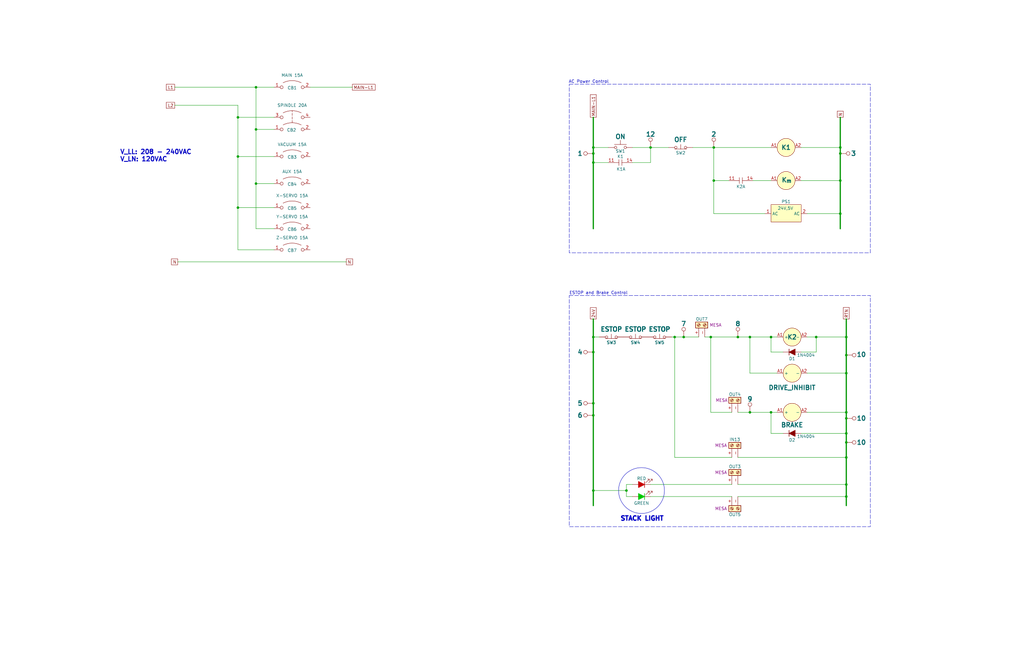
<source format=kicad_sch>
(kicad_sch (version 20231120) (generator "eeschema") (generator_version "8.0")
  (paper "B")
  (title_block (title "CNC ROUTER E-STOP") (date "2024-06-16") (rev "1") (company "971 SPARTAN ROBOTICS"))
  (lib_symbols
    (symbol "Connector:Screw_Terminal_01x02" (pin_names (offset 1.016) hide)
      (property "Value" "OUT4" (at 1.778 -1.27 90))
      (symbol "Screw_Terminal_01x02_1_1"
        (rectangle (start -1.27 1.27) (end 1.27 -3.81) (stroke (width 0.254)) (fill (type background)))
        (circle (center 0 -2.54) (radius 0.635) (stroke (width 0.1524)))
        (polyline (pts (xy -0.5334 -2.2098) (xy 0.3302 -3.048)) (stroke (width 0.1524)))
        (polyline (pts (xy -0.5334 0.3302) (xy 0.3302 -0.508)) (stroke (width 0.1524)))
        (polyline (pts (xy -0.3556 -2.032) (xy 0.508 -2.8702)) (stroke (width 0.1524)))
        (polyline (pts (xy -0.3556 0.508) (xy 0.508 -0.3302)) (stroke (width 0.1524)))
        (circle (center 0 0) (radius 0.635) (stroke (width 0.1524)))
        (pin passive line (at -5.08 0 0) (length 3.81) (name "Pin_1") (number "+"))
        (pin passive line (at -5.08 -2.54 0) (length 3.81) (name "Pin_2") (number "-"))
      )
    )
    (symbol "Connector:TestPoint" (pin_numbers hide) (pin_names (offset 0.762) hide)
      (property "Reference" "TP" (at 0 6.858 0))
      (property "Value" "TestPoint" (at 0 5.08 0))
      (symbol "TestPoint_0_1"
        (circle (center 0 3.302) (radius 0.762))
      )
      (symbol "TestPoint_1_1"
        (pin passive line (at 0 0 90) (length 2.54) (name "1") (number "1"))
      )
    )
    (symbol "Device:CircuitBreaker_1P_US"
      (property "Reference" "CB" (at 3.175 -1.27 0))
      (property "Value" "CircuitBreaker_1P_US" (at 3.175 0.635 0))
      (symbol "CircuitBreaker_1P_US_0_1"
        (circle (center 0 -4.445) (radius 0.635))
        (circle (center 0 4.445) (radius 0.635))
        (arc (start 1.905 -3.81) (mid 2.8044 0) (end 1.905 3.81))
      )
      (symbol "CircuitBreaker_1P_US_1_1"
        (pin passive line (at 0 7.62 270) (length 2.54) (name "~") (number "1"))
        (pin passive line (at 0 -7.62 90) (length 2.54) (name "~") (number "2"))
      )
    )
    (symbol "Device:CircuitBreaker_2P_US"
      (property "Reference" "CB" (at 6.35 -1.27 0))
      (property "Value" "CircuitBreaker_2P_US" (at 6.35 1.27 0))
      (symbol "CircuitBreaker_2P_US_0_1"
        (circle (center -2.54 -4.445) (radius 0.635))
        (circle (center -2.54 4.445) (radius 0.635))
        (arc (start -0.635 -3.81) (mid 0.2644 0) (end -0.635 3.81))
        (polyline (pts (xy 0.254 0) (xy 0.254 0)))
        (polyline (pts (xy 0.254 0) (xy 1.27 0)))
        (polyline (pts (xy 1.778 0) (xy 2.794 0)))
        (polyline (pts (xy 3.302 0) (xy 4.318 0)))
        (polyline (pts (xy 4.826 0) (xy 5.334 0)))
      )
      (symbol "CircuitBreaker_2P_US_1_1"
        (circle (center 2.54 -4.445) (radius 0.635))
        (circle (center 2.54 4.445) (radius 0.635))
        (arc (start 4.445 -3.81) (mid 5.3444 0) (end 4.445 3.81))
        (pin passive line (at -2.54 7.62 270) (length 2.54) (name "~") (number "1"))
        (pin passive line (at -2.54 -7.62 90) (length 2.54) (name "~") (number "2"))
        (pin passive line (at 2.54 7.62 270) (length 2.54) (name "~") (number "3"))
        (pin passive line (at 2.54 -7.62 90) (length 2.54) (name "~") (number "4"))
      )
    )
    (symbol "Device:D" (pin_numbers hide) (pin_names (offset 1.016) hide)
      (property "Reference" "D1" (at 0 2.794 0))
      (symbol "D_0_1"
        (polyline (pts (xy -1.27 1.27) (xy -1.27 -1.27)) (stroke (width 0.254)))
        (polyline (pts (xy 1.27 0) (xy -1.27 0)))
      )
      (symbol "D_1_1"
        (polyline (pts (xy 1.27 1.27) (xy 1.27 -1.27) (xy -1.27 0) (xy 1.27 1.27)) (stroke (width 0.254)) (fill (type outline)))
        (pin passive line (at -3.81 0 0) (length 2.54) (name "K") (number "1"))
        (pin passive line (at 3.81 0 180) (length 2.54) (name "A") (number "2"))
      )
    )
    (symbol "Device:LED" (pin_numbers hide) (pin_names (offset 1.016) hide)
      (property "Reference" "D4" (at -1.5875 -7.62 0))
      (property "Value" "RED" (at -1.5875 -5.08 0))
      (symbol "LED_0_1"
        (polyline (pts (xy -3.048 -0.762) (xy -4.572 -2.286) (xy -3.81 -2.286) (xy -4.572 -2.286) (xy -4.572 -1.524)))
        (polyline (pts (xy -1.778 -0.762) (xy -3.302 -2.286) (xy -2.54 -2.286) (xy -3.302 -2.286) (xy -3.302 -1.524)))
      )
      (symbol "LED_1_1"
        (polyline (pts (xy -1.27 -1.27) (xy -1.27 1.27)) (stroke (width 0.254) (color 194 0 0 1)))
        (polyline (pts (xy 1.27 -1.27) (xy 1.27 1.27) (xy -1.27 0) (xy 1.27 -1.27)) (stroke (width 0.254) (color 194 0 0 1)) (fill (type color) (color 194 0 0 1)))
        (pin passive line (at -3.81 0 0) (length 2.54) (name "K") (number "1"))
        (pin passive line (at 3.81 0 180) (length 2.54) (name "A") (number "2"))
      )
    )
    (symbol "LED_1" (pin_numbers hide) (pin_names (offset 1.016) hide)
      (property "Value" "GREEN" (at 0 -2.54 0))
      (symbol "LED_1_0_1"
        (polyline (pts (xy -3.048 -0.762) (xy -4.572 -2.286) (xy -3.81 -2.286) (xy -4.572 -2.286) (xy -4.572 -1.524)))
        (polyline (pts (xy -1.778 -0.762) (xy -3.302 -2.286) (xy -2.54 -2.286) (xy -3.302 -2.286) (xy -3.302 -1.524)))
      )
      (symbol "LED_1_1_1"
        (polyline (pts (xy -1.27 -1.27) (xy -1.27 1.27)) (stroke (width 0.254) (color 0 194 0 1)))
        (polyline (pts (xy 1.27 -1.27) (xy 1.27 1.27) (xy -1.27 0) (xy 1.27 -1.27)) (stroke (width 0.254) (color 0 194 0 1)) (fill (type color) (color 0 194 0 1)))
        (pin passive line (at -3.81 0 0) (length 2.54) (name "K") (number "1"))
        (pin passive line (at 3.81 0 180) (length 2.54) (name "A") (number "2"))
      )
    )
    (symbol "LadderLogic:4PST-Relay"
      (property "Reference" "K" (at 0 0 0))
      (symbol "4PST-Relay_1_1"
        (polyline (pts (xy -2.54 0) (xy -0.635 0)))
        (polyline (pts (xy -0.635 1.27) (xy -0.635 -1.27)))
        (polyline (pts (xy 0.635 1.27) (xy 0.635 -1.27)))
        (polyline (pts (xy 2.54 0) (xy 0.635 0)))
        (pin passive line (at -5.08 0 0) (length 2.54) (name "") (number "11"))
        (pin passive line (at 5.08 0 180) (length 2.54) (name "") (number "14"))
      )
      (symbol "4PST-Relay_2_1"
        (polyline (pts (xy -2.54 0) (xy -0.635 0)))
        (polyline (pts (xy -0.635 1.27) (xy -0.635 -1.27)))
        (polyline (pts (xy 0.635 1.27) (xy 0.635 -1.27)))
        (polyline (pts (xy 2.54 0) (xy 0.635 0)))
        (pin passive line (at -5.08 0 0) (length 2.54) (name "") (number "21"))
        (pin passive line (at 5.08 0 180) (length 2.54) (name "") (number "24"))
      )
      (symbol "4PST-Relay_3_1"
        (polyline (pts (xy -2.54 0) (xy -0.635 0)))
        (polyline (pts (xy -0.635 1.27) (xy -0.635 -1.27)))
        (polyline (pts (xy 0.635 1.27) (xy 0.635 -1.27)))
        (polyline (pts (xy 2.54 0) (xy 0.635 0)))
        (pin passive line (at -5.08 0 0) (length 2.54) (name "") (number "31"))
        (pin passive line (at 5.08 0 180) (length 2.54) (name "") (number "34"))
      )
      (symbol "4PST-Relay_4_1"
        (polyline (pts (xy -2.54 0) (xy -0.635 0)))
        (polyline (pts (xy -0.635 1.27) (xy -0.635 -1.27)))
        (polyline (pts (xy 0.635 1.27) (xy 0.635 -1.27)))
        (polyline (pts (xy 2.54 0) (xy 0.635 0)))
        (pin passive line (at -5.08 0 0) (length 2.54) (name "") (number "41"))
        (pin passive line (at 5.08 0 180) (length 2.54) (name "") (number "44"))
      )
      (symbol "4PST-Relay_5_1"
        (polyline (pts (xy -2.54 0) (xy -0.635 0)))
        (polyline (pts (xy -1.27 -1.27) (xy 1.27 1.27)))
        (polyline (pts (xy -0.635 1.27) (xy -0.635 -1.27)))
        (polyline (pts (xy 0.635 1.27) (xy 0.635 -1.27)))
        (polyline (pts (xy 2.54 0) (xy 0.635 0)))
        (pin passive line (at -5.08 0 0) (length 2.54) (name "") (number "11"))
        (pin passive line (at 5.08 0 180) (length 2.54) (name "") (number "12"))
      )
      (symbol "4PST-Relay_6_1"
        (polyline (pts (xy -2.54 0) (xy -0.635 0)))
        (polyline (pts (xy -1.27 -1.27) (xy 1.27 1.27)))
        (polyline (pts (xy -0.635 1.27) (xy -0.635 -1.27)))
        (polyline (pts (xy 0.635 1.27) (xy 0.635 -1.27)))
        (polyline (pts (xy 2.54 0) (xy 0.635 0)))
        (pin passive line (at -5.08 0 0) (length 2.54) (name "") (number "21"))
        (pin passive line (at 5.08 0 180) (length 2.54) (name "") (number "22"))
      )
      (symbol "4PST-Relay_7_1"
        (polyline (pts (xy -2.54 0) (xy -0.635 0)))
        (polyline (pts (xy -1.27 -1.27) (xy 1.27 1.27)))
        (polyline (pts (xy -0.635 1.27) (xy -0.635 -1.27)))
        (polyline (pts (xy 0.635 1.27) (xy 0.635 -1.27)))
        (polyline (pts (xy 2.54 0) (xy 0.635 0)))
        (pin passive line (at -5.08 0 0) (length 2.54) (name "") (number "31"))
        (pin passive line (at 5.08 0 180) (length 2.54) (name "") (number "32"))
      )
      (symbol "4PST-Relay_8_1"
        (polyline (pts (xy -2.54 0) (xy -0.635 0)))
        (polyline (pts (xy -1.27 -1.27) (xy 1.27 1.27)))
        (polyline (pts (xy -0.635 1.27) (xy -0.635 -1.27)))
        (polyline (pts (xy 0.635 1.27) (xy 0.635 -1.27)))
        (polyline (pts (xy 2.54 0) (xy 0.635 0)))
        (pin passive line (at -5.08 0 0) (length 2.54) (name "") (number "41"))
        (pin passive line (at 5.08 0 180) (length 2.54) (name "") (number "42"))
      )
      (symbol "4PST-Relay_9_1"
        (circle (center 0 0) (radius 3.81) (fill (type background)))
        (pin passive line (at -6.35 0 0) (length 2.54) (name "+") (number "A1"))
        (pin passive line (at 6.35 0 180) (length 2.54) (name "-") (number "A2"))
      )
    )
    (symbol "LadderLogic:PowerSupply"
      (property "Reference" "PS" (at 0 0 0))
      (symbol "PowerSupply_1_1"
        (rectangle (start -6.35 3.81) (end 6.35 -3.4925) (fill (type background)))
        (pin passive line (at -8.89 0 0) (length 2.54) (name "AC") (number "1"))
        (pin passive line (at 8.89 0 180) (length 2.54) (name "AC") (number "2"))
      )
    )
    (symbol "LadderLogic:SPST-Relay"
      (property "Reference" "K" (at 0 0 0))
      (symbol "SPST-Relay_1_1"
        (polyline (pts (xy -2.54 0) (xy -0.635 0)))
        (polyline (pts (xy -0.635 1.27) (xy -0.635 -1.27)))
        (polyline (pts (xy 0.635 1.27) (xy 0.635 -1.27)))
        (polyline (pts (xy 2.54 0) (xy 0.635 0)))
        (pin passive line (at -5.08 0 0) (length 2.54) (name "") (number "11"))
        (pin passive line (at 5.08 0 180) (length 2.54) (name "") (number "14"))
      )
      (symbol "SPST-Relay_2_1"
        (polyline (pts (xy -2.54 0) (xy -0.635 0)))
        (polyline (pts (xy -1.27 -1.27) (xy 1.27 1.27)))
        (polyline (pts (xy -0.635 1.27) (xy -0.635 -1.27)))
        (polyline (pts (xy 0.635 1.27) (xy 0.635 -1.27)))
        (polyline (pts (xy 2.54 0) (xy 0.635 0)))
        (pin passive line (at -5.08 0 0) (length 2.54) (name "") (number "11"))
        (pin passive line (at 5.08 0 180) (length 2.54) (name "") (number "12"))
      )
      (symbol "SPST-Relay_3_1"
        (circle (center 0 0) (radius 3.81) (fill (type background)))
        (pin passive line (at -6.35 0 0) (length 2.54) (name "") (number "A1"))
        (pin passive line (at 6.35 0 180) (length 2.54) (name "") (number "A2"))
      )
    )
    (symbol "Switch:SW_Push" (pin_numbers hide) (pin_names (offset 1.016) hide)
      (property "Reference" "SW" (at 1.27 2.54 0))
      (property "Value" "SW_Push" (at 0 -1.524 0))
      (symbol "SW_Push_0_1"
        (circle (center -2.032 0) (radius 0.508))
        (polyline (pts (xy 0 1.27) (xy 0 3.048)))
        (polyline (pts (xy 2.54 1.27) (xy -2.54 1.27)))
        (circle (center 2.032 0) (radius 0.508))
        (pin passive line (at -5.08 0 0) (length 2.54) (name "1") (number "1"))
        (pin passive line (at 5.08 0 180) (length 2.54) (name "2") (number "2"))
      )
    )
    (symbol "Switch:SW_Push_Open" (pin_numbers hide) (pin_names (offset 1.016) hide)
      (property "Reference" "SW" (at 0 2.54 0))
      (property "Value" "SW_Push_Open" (at 0 -1.905 0))
      (symbol "SW_Push_Open_0_1"
        (circle (center -2.032 0) (radius 0.508))
        (polyline (pts (xy -2.54 -0.635) (xy 2.54 -0.635)))
        (polyline (pts (xy 0 -0.635) (xy 0 1.27)))
        (circle (center 2.032 0) (radius 0.508))
        (pin passive line (at -5.08 0 0) (length 2.54) (name "A") (number "1"))
      )
      (symbol "SW_Push_Open_1_1"
        (pin passive line (at 5.08 0 180) (length 2.54) (name "B") (number "2"))
      )
    )
  )
  (junction (at 299.72 142.24))
  (junction (at 250.19 170.18))
  (junction (at 250.19 64.77))
  (junction (at 100.33 87.63))
  (junction (at 250.19 207.01))
  (junction (at 356.87 193.04))
  (junction (at 284.48 142.24))
  (junction (at 325.12 142.24))
  (junction (at 300.99 76.2))
  (junction (at 344.17 142.24))
  (junction (at 356.87 182.88))
  (junction (at 356.87 209.55))
  (junction (at 356.87 176.53))
  (junction (at 250.19 68.58))
  (junction (at 300.99 62.23))
  (junction (at 354.33 62.23))
  (junction (at 325.12 173.99))
  (junction (at 354.33 90.17))
  (junction (at 107.95 54.61))
  (junction (at 311.15 142.24))
  (junction (at 264.16 207.01))
  (junction (at 356.87 149.86))
  (junction (at 250.19 62.23))
  (junction (at 354.33 76.2))
  (junction (at 100.33 66.04))
  (junction (at 354.33 64.77))
  (junction (at 356.87 157.48))
  (junction (at 316.23 142.24))
  (junction (at 250.19 175.26))
  (junction (at 107.95 36.83))
  (junction (at 316.23 173.99))
  (junction (at 107.95 77.47))
  (junction (at 250.19 142.24))
  (junction (at 356.87 142.24))
  (junction (at 288.29 142.24))
  (junction (at 356.87 204.47))
  (junction (at 356.87 186.69))
  (junction (at 274.32 62.23))
  (junction (at 250.19 148.59))
  (junction (at 356.87 173.99))
  (junction (at 100.33 49.53))
  (wire (pts (xy 337.82 76.2) (xy 354.33 76.2)))
  (wire (pts (xy 264.16 207.01) (xy 264.16 209.55)))
  (wire (pts (xy 356.87 186.69) (xy 356.87 193.04)) (stroke (width 0.508)))
  (wire (pts (xy 250.19 175.26) (xy 250.19 207.01)) (stroke (width 0.508)))
  (wire (pts (xy 266.7 204.47) (xy 264.16 204.47)))
  (wire (pts (xy 311.15 173.99) (xy 316.23 173.99)))
  (wire (pts (xy 100.33 66.04) (xy 100.33 87.63)))
  (wire (pts (xy 250.19 170.18) (xy 250.19 175.26)))
  (wire (pts (xy 266.7 68.58) (xy 274.32 68.58)))
  (wire (pts (xy 274.32 204.47) (xy 308.61 204.47)))
  (wire (pts (xy 316.23 173.99) (xy 325.12 173.99)))
  (wire (pts (xy 337.82 148.59) (xy 344.17 148.59)))
  (wire (pts (xy 107.95 77.47) (xy 115.57 77.47)))
  (wire (pts (xy 340.36 157.48) (xy 356.87 157.48)))
  (wire (pts (xy 266.7 62.23) (xy 274.32 62.23)))
  (wire (pts (xy 73.66 44.45) (xy 100.33 44.45)))
  (wire (pts (xy 274.32 68.58) (xy 274.32 62.23)))
  (wire (pts (xy 299.72 173.99) (xy 308.61 173.99)))
  (wire (pts (xy 356.87 209.55) (xy 356.87 213.36)) (stroke (width 0.508)))
  (wire (pts (xy 354.33 62.23) (xy 354.33 64.77)) (stroke (width 0.508)))
  (wire (pts (xy 316.23 142.24) (xy 325.12 142.24)))
  (wire (pts (xy 316.23 157.48) (xy 327.66 157.48)))
  (wire (pts (xy 330.2 148.59) (xy 325.12 148.59)))
  (wire (pts (xy 250.19 62.23) (xy 256.54 62.23)))
  (wire (pts (xy 250.19 134.62) (xy 250.19 142.24)) (stroke (width 0.508)))
  (wire (pts (xy 250.19 49.53) (xy 250.19 62.23)) (stroke (width 0.508)))
  (wire (pts (xy 308.61 193.04) (xy 284.48 193.04)))
  (wire (pts (xy 250.19 62.23) (xy 250.19 64.77)) (stroke (width 0.508)))
  (wire (pts (xy 307.34 76.2) (xy 300.99 76.2)))
  (wire (pts (xy 356.87 142.24) (xy 356.87 149.86)) (stroke (width 0.508)))
  (wire (pts (xy 325.12 182.88) (xy 325.12 173.99)))
  (wire (pts (xy 250.19 170.18) (xy 250.19 175.26)) (stroke (width 0.508)))
  (wire (pts (xy 130.81 36.83) (xy 148.59 36.83)))
  (wire (pts (xy 100.33 87.63) (xy 100.33 105.41)))
  (wire (pts (xy 283.21 142.24) (xy 284.48 142.24)))
  (wire (pts (xy 284.48 142.24) (xy 288.29 142.24)))
  (wire (pts (xy 340.36 173.99) (xy 356.87 173.99)))
  (wire (pts (xy 316.23 157.48) (xy 316.23 142.24)))
  (wire (pts (xy 107.95 96.52) (xy 107.95 77.47)))
  (wire (pts (xy 356.87 193.04) (xy 356.87 204.47)) (stroke (width 0.508)))
  (wire (pts (xy 356.87 182.88) (xy 356.87 186.69)) (stroke (width 0.508)))
  (wire (pts (xy 325.12 142.24) (xy 327.66 142.24)))
  (wire (pts (xy 288.29 142.24) (xy 294.64 142.24)))
  (wire (pts (xy 356.87 134.62) (xy 356.87 142.24)) (stroke (width 0.508)))
  (wire (pts (xy 299.72 142.24) (xy 299.72 173.99)))
  (wire (pts (xy 250.19 68.58) (xy 256.54 68.58)))
  (wire (pts (xy 115.57 96.52) (xy 107.95 96.52)))
  (wire (pts (xy 356.87 149.86) (xy 356.87 157.48)) (stroke (width 0.508)))
  (wire (pts (xy 356.87 173.99) (xy 356.87 176.53)) (stroke (width 0.508)))
  (wire (pts (xy 300.99 76.2) (xy 300.99 62.23)))
  (wire (pts (xy 311.15 142.24) (xy 316.23 142.24)))
  (wire (pts (xy 274.32 62.23) (xy 281.94 62.23)))
  (wire (pts (xy 100.33 44.45) (xy 100.33 49.53)))
  (wire (pts (xy 274.32 209.55) (xy 308.61 209.55)))
  (wire (pts (xy 340.36 142.24) (xy 344.17 142.24)))
  (wire (pts (xy 264.16 204.47) (xy 264.16 207.01)))
  (wire (pts (xy 322.58 90.17) (xy 300.99 90.17)))
  (wire (pts (xy 250.19 207.01) (xy 264.16 207.01)))
  (wire (pts (xy 311.15 204.47) (xy 356.87 204.47)))
  (wire (pts (xy 344.17 142.24) (xy 356.87 142.24)))
  (wire (pts (xy 107.95 54.61) (xy 107.95 36.83)))
  (wire (pts (xy 250.19 148.59) (xy 250.19 170.18)))
  (wire (pts (xy 311.15 209.55) (xy 356.87 209.55)))
  (wire (pts (xy 74.93 110.49) (xy 146.05 110.49)))
  (wire (pts (xy 356.87 157.48) (xy 356.87 173.99)) (stroke (width 0.508)))
  (wire (pts (xy 297.18 142.24) (xy 299.72 142.24)))
  (wire (pts (xy 354.33 49.53) (xy 354.33 62.23)) (stroke (width 0.508)))
  (wire (pts (xy 107.95 36.83) (xy 115.57 36.83)))
  (wire (pts (xy 317.5 76.2) (xy 325.12 76.2)))
  (wire (pts (xy 100.33 87.63) (xy 115.57 87.63)))
  (wire (pts (xy 300.99 90.17) (xy 300.99 76.2)))
  (wire (pts (xy 250.19 142.24) (xy 250.19 148.59)) (stroke (width 0.508)))
  (wire (pts (xy 354.33 90.17) (xy 354.33 96.52)) (stroke (width 0.508)))
  (wire (pts (xy 337.82 182.88) (xy 356.87 182.88)))
  (wire (pts (xy 250.19 142.24) (xy 252.73 142.24)))
  (wire (pts (xy 300.99 62.23) (xy 325.12 62.23)))
  (wire (pts (xy 356.87 204.47) (xy 356.87 209.55)) (stroke (width 0.508)))
  (wire (pts (xy 100.33 66.04) (xy 115.57 66.04)))
  (wire (pts (xy 356.87 176.53) (xy 356.87 182.88)) (stroke (width 0.508)))
  (wire (pts (xy 264.16 209.55) (xy 266.7 209.55)))
  (wire (pts (xy 250.19 207.01) (xy 250.19 213.36)) (stroke (width 0.508)))
  (wire (pts (xy 344.17 148.59) (xy 344.17 142.24)))
  (wire (pts (xy 100.33 105.41) (xy 115.57 105.41)))
  (wire (pts (xy 299.72 142.24) (xy 311.15 142.24)))
  (wire (pts (xy 337.82 62.23) (xy 354.33 62.23)))
  (wire (pts (xy 100.33 49.53) (xy 115.57 49.53)))
  (wire (pts (xy 354.33 76.2) (xy 354.33 90.17)) (stroke (width 0.508)))
  (wire (pts (xy 250.19 148.59) (xy 250.19 170.18)) (stroke (width 0.508)))
  (wire (pts (xy 354.33 64.77) (xy 354.33 76.2)) (stroke (width 0.508)))
  (wire (pts (xy 340.36 90.17) (xy 354.33 90.17)))
  (wire (pts (xy 284.48 193.04) (xy 284.48 142.24)))
  (wire (pts (xy 292.1 62.23) (xy 300.99 62.23)))
  (wire (pts (xy 100.33 49.53) (xy 100.33 66.04)))
  (wire (pts (xy 250.19 68.58) (xy 250.19 96.52)) (stroke (width 0.508)))
  (wire (pts (xy 107.95 54.61) (xy 115.57 54.61)))
  (wire (pts (xy 325.12 148.59) (xy 325.12 142.24)))
  (wire (pts (xy 250.19 64.77) (xy 250.19 68.58)) (stroke (width 0.508)))
  (wire (pts (xy 311.15 193.04) (xy 356.87 193.04)))
  (wire (pts (xy 107.95 77.47) (xy 107.95 54.61)))
  (wire (pts (xy 73.66 36.83) (xy 107.95 36.83)))
  (wire (pts (xy 330.2 182.88) (xy 325.12 182.88)))
  (wire (pts (xy 325.12 173.99) (xy 327.66 173.99)))
  (rectangle (start 240.03 124.714) (end 367.03 222.25) (stroke (width 0) (type dash)))
  (circle (center 270.51 207.01) (radius 9.672))
  (rectangle (start 240.03 35.56) (end 367.03 106.68) (stroke (width 0) (type dash)))
  (text "ESTOP and Brake Control" (at 240.03 124.46 0) (effects (font (size 1.27 1.27)) (justify left bottom)))
  (text "STACK LIGHT" (at 270.764 218.948 0) (effects (font (size 1.905 1.905) (thickness 0.508) (bold yes))))
  (text "AC Power Control" (at 239.776 35.306 0) (effects (font (size 1.27 1.27)) (justify left bottom)))
  (text "V_LL: 208 - 240VAC\nV_LN: 120VAC" (at 50.546 65.786 0) (effects (font (size 1.905 1.905) (thickness 0.381) (bold yes)) (justify left)))
  (global_label "MAIN-L1" (shape passive) (at 148.59 36.83 0) (property "Intersheetrefs" "${INTERSHEET_REFS}" (effects (hide yes))))
  (global_label "L1" (shape passive) (at 73.66 36.83 180) (property "Intersheetrefs" "${INTERSHEET_REFS}" (effects (hide yes))))
  (global_label "24V" (shape passive) (at 250.19 134.62 90) (property "Intersheetrefs" "${INTERSHEET_REFS}" (effects (hide yes))))
  (global_label "N" (shape passive) (at 146.05 110.49 0) (property "Intersheetrefs" "${INTERSHEET_REFS}" (effects (hide yes))))
  (global_label "RTN" (shape passive) (at 356.87 134.62 90) (property "Intersheetrefs" "${INTERSHEET_REFS}" (effects (hide yes))))
  (global_label "N" (shape passive) (at 74.93 110.49 180) (property "Intersheetrefs" "${INTERSHEET_REFS}" (effects (hide yes))))
  (global_label "L2" (shape passive) (at 73.66 44.45 180) (property "Intersheetrefs" "${INTERSHEET_REFS}" (effects (hide yes))))
  (global_label "N" (shape passive) (at 354.33 49.53 90) (property "Intersheetrefs" "${INTERSHEET_REFS}" (effects (hide yes))))
  (global_label "MAIN-L1" (shape passive) (at 250.19 49.53 90) (property "Intersheetrefs" "${INTERSHEET_REFS}" (effects (hide yes))))
  (symbol (lib_id "Device:CircuitBreaker_2P_US") (at 123.19 52.07 90) (unit 1)
    (property "Reference" "CB2" (at 122.936 54.864 90))
    (property "Value" "SPINDLE 20A" (at 123.19 44.45 90))
    (property "Description" "Double pole circuit breaker, US symbol" (effects (hide yes)))
  )
  (symbol (lib_id "Connector:TestPoint") (at 311.15 142.24 0) (unit 1)
    (property "Reference" "TP10" (effects (hide yes)))
    (property "Value" "8" (at 311.15 136.652 0) (effects (font (size 1.905 1.905) (bold yes))))
    (property "Description" "test point" (effects (hide yes)))
  )
  (symbol (lib_id "Connector:Screw_Terminal_01x02") (at 308.61 214.63 90) (mirror x) (unit 1)
    (property "Reference" "J5" (effects (hide yes)))
    (property "Value" "OUT5" (at 309.88 216.408 90) (effects (justify top)))
    (property "Description" "Generic screw terminal, single row, 01x02, script generated (kicad-library-utils/schlib/autogen/connector/)" (effects (hide yes)))
    (property "DEVICE" "MESA" (at 304.038 214.63 90))
  )
  (symbol (lib_id "Connector:TestPoint") (at 288.29 142.24 0) (unit 1)
    (property "Reference" "TP7" (effects (hide yes)))
    (property "Value" "7" (at 288.29 136.652 0) (effects (font (size 1.905 1.905) (bold yes))))
    (property "Description" "test point" (effects (hide yes)))
  )
  (symbol (lib_id "Switch:SW_Push_Open") (at 267.97 142.24 0) (unit 1)
    (property "Reference" "SW4" (at 267.97 144.526 0))
    (property "Value" "ESTOP" (at 267.97 138.938 0) (effects (font (size 1.905 1.905) (bold yes))))
    (property "Description" "Push button switch, push-to-open, generic, two pins" (effects (hide yes)))
  )
  (symbol (lib_id "LadderLogic:SPST-Relay") (at 331.47 76.2 0) (unit 3)
    (property "Reference" "K3" (effects (hide yes)))
    (property "Value" "K_{m}" (at 331.724 75.946 0) (effects (font (size 1.905 1.905) (bold yes))))
    (property "Datasheet" "Components/Weidmuller-2618030000.pdf" (effects (hide yes)))
  )
  (symbol (lib_id "Connector:TestPoint") (at 300.99 62.23 0) (unit 1)
    (property "Reference" "TP4" (effects (hide yes)))
    (property "Value" "2" (at 300.99 56.642 0) (effects (font (size 1.905 1.905) (bold yes))))
    (property "Description" "test point" (effects (hide yes)))
  )
  (symbol (lib_id "Switch:SW_Push") (at 261.62 62.23 0) (unit 1)
    (property "Reference" "SW1" (at 261.62 63.754 0))
    (property "Value" "ON" (at 261.62 57.658 0) (effects (font (size 1.905 1.905) (bold yes))))
    (property "Description" "Push button switch, generic, two pins" (effects (hide yes)))
  )
  (symbol (lib_id "Device:CircuitBreaker_1P_US") (at 123.19 87.63 90) (unit 1)
    (property "Reference" "CB5" (at 123.19 87.884 90))
    (property "Value" "X-SERVO 15A" (at 123.19 82.55 90))
    (property "Description" "Single pole circuit breaker, US symbol" (effects (hide yes)))
  )
  (symbol (lib_id "LadderLogic:SPST-Relay") (at 331.47 62.23 0) (unit 3)
    (property "Reference" "K1" (effects (hide yes)))
    (property "Value" "K1" (at 331.47 62.23 0) (effects (font (size 1.905 1.905) (bold yes))))
    (property "Datasheet" "Components/Weidmuller-2618030000.pdf" (effects (hide yes)))
  )
  (symbol (lib_id "Connector:TestPoint") (at 356.87 149.86 270) (mirror x) (unit 1)
    (property "Reference" "TP6" (effects (hide yes)))
    (property "Value" "10" (at 363.22 149.606 90) (effects (font (size 1.905 1.905) (bold yes))))
    (property "Description" "test point" (effects (hide yes)))
  )
  (symbol (lib_id "Device:D") (at 334.01 182.88 0) (unit 1)
    (property "Reference" "D2" (at 334.01 185.674 0))
    (property "Value" "1N4004" (at 339.852 184.15 0))
    (property "Description" "Diode" (effects (hide yes)))
    (property "Sim.Device" "D" (effects (hide yes)))
    (property "Sim.Pins" "1=K 2=A" (effects (hide yes)))
  )
  (symbol (lib_id "Connector:TestPoint") (at 356.87 176.53 270) (mirror x) (unit 1)
    (property "Reference" "TP13" (effects (hide yes)))
    (property "Value" "10" (at 363.22 176.53 90) (effects (font (size 1.905 1.905) (bold yes))))
    (property "Description" "test point" (effects (hide yes)))
  )
  (symbol (lib_id "Connector:TestPoint") (at 250.19 170.18 90) (unit 1)
    (property "Reference" "TP8" (effects (hide yes)))
    (property "Value" "5" (at 244.602 170.18 90) (effects (font (size 1.905 1.905) (bold yes))))
    (property "Description" "test point" (effects (hide yes)))
  )
  (symbol (lib_id "Connector:TestPoint") (at 354.33 64.77 270) (unit 1)
    (property "Reference" "TP3" (effects (hide yes)))
    (property "Value" "3" (at 359.918 64.77 90) (effects (font (size 1.905 1.905) (bold yes))))
    (property "Description" "test point" (effects (hide yes)))
  )
  (symbol (lib_id "Device:CircuitBreaker_1P_US") (at 123.19 96.52 90) (unit 1)
    (property "Reference" "CB6" (at 123.19 96.774 90))
    (property "Value" "Y-SERVO 15A" (at 123.19 91.44 90))
    (property "Description" "Single pole circuit breaker, US symbol" (effects (hide yes)))
  )
  (symbol (lib_id "LadderLogic:4PST-Relay") (at 312.42 76.2 0) (unit 1)
    (property "Reference" "K2" (at 312.42 78.74 0))
    (property "Value" "K2" (effects (hide yes)))
    (property "Datasheet" "Components/PhoenixContact-2903308.pdf" (effects (hide yes)))
  )
  (symbol (lib_id "Device:LED") (at 270.51 204.47 180) (unit 1)
    (property "Reference" "D4" (effects (hide yes)))
    (property "Value" "RED" (at 270.51 201.93 0))
    (property "Description" "Light emitting diode" (effects (hide yes)))
  )
  (symbol (lib_id "Device:CircuitBreaker_1P_US") (at 123.19 77.47 90) (unit 1)
    (property "Reference" "CB4" (at 123.19 77.724 90))
    (property "Value" "AUX 15A" (at 123.19 72.39 90))
    (property "Description" "Single pole circuit breaker, US symbol" (effects (hide yes)))
  )
  (symbol (lib_id "Device:D") (at 334.01 148.59 0) (unit 1)
    (property "Reference" "D1" (at 334.01 151.384 0))
    (property "Value" "1N4004" (at 339.852 149.86 0))
    (property "Description" "Diode" (effects (hide yes)))
    (property "Sim.Device" "D" (effects (hide yes)))
    (property "Sim.Pins" "1=K 2=A" (effects (hide yes)))
  )
  (symbol (lib_id "Connector:Screw_Terminal_01x02") (at 308.61 168.91 90) (unit 1)
    (property "Reference" "J1" (effects (hide yes)))
    (property "Value" "OUT4" (at 309.88 167.132 90) (effects (justify top)))
    (property "Description" "Generic screw terminal, single row, 01x02, script generated (kicad-library-utils/schlib/autogen/connector/)" (effects (hide yes)))
    (property "DEVICE" "MESA" (at 304.292 168.91 90))
  )
  (symbol (lib_id "LadderLogic:4PST-Relay") (at 334.01 142.24 0) (unit 9)
    (property "Reference" "K2" (effects (hide yes)))
    (property "Value" "K2" (at 334.01 142.24 0) (effects (font (size 1.905 1.905) (bold yes))))
    (property "Datasheet" "Components/PhoenixContact-2903308.pdf" (effects (hide yes)))
  )
  (symbol (lib_id "Device:CircuitBreaker_1P_US") (at 123.19 36.83 90) (unit 1)
    (property "Reference" "CB1" (at 123.19 37.084 90))
    (property "Value" "MAIN 15A" (at 123.19 31.75 90))
    (property "Description" "Single pole circuit breaker, US symbol" (effects (hide yes)))
  )
  (symbol (lib_name "LED_1") (lib_id "Device:LED") (at 270.51 209.55 180) (unit 1)
    (property "Reference" "D5" (effects (hide yes)))
    (property "Value" "GREEN" (at 270.51 212.344 0))
    (property "Description" "Light emitting diode" (effects (hide yes)))
  )
  (symbol (lib_id "Connector:TestPoint") (at 250.19 175.26 90) (unit 1)
    (property "Reference" "TP9" (effects (hide yes)))
    (property "Value" "6" (at 244.602 175.26 90) (effects (font (size 1.905 1.905) (bold yes))))
    (property "Description" "test point" (effects (hide yes)))
  )
  (symbol (lib_id "Connector:TestPoint") (at 356.87 186.69 270) (mirror x) (unit 1)
    (property "Reference" "TP12" (effects (hide yes)))
    (property "Value" "10" (at 363.22 186.69 90) (effects (font (size 1.905 1.905) (bold yes))))
    (property "Description" "test point" (effects (hide yes)))
  )
  (symbol (lib_id "Switch:SW_Push_Open") (at 287.02 62.23 0) (unit 1)
    (property "Reference" "SW2" (at 287.02 64.516 0))
    (property "Value" "OFF" (at 287.02 58.928 0) (effects (font (size 1.905 1.905) (bold yes))))
    (property "Description" "Push button switch, push-to-open, generic, two pins" (effects (hide yes)))
  )
  (symbol (lib_id "Connector:TestPoint") (at 316.23 173.99 0) (unit 1)
    (property "Reference" "TP11" (effects (hide yes)))
    (property "Value" "9" (at 316.23 168.402 0) (effects (font (size 1.905 1.905) (bold yes))))
    (property "Description" "test point" (effects (hide yes)))
  )
  (symbol (lib_id "LadderLogic:4PST-Relay") (at 334.01 157.48 0) (unit 9)
    (property "Reference" "K5" (effects (hide yes)))
    (property "Value" "DRIVE_INHIBIT" (at 334.01 163.576 0) (effects (font (size 1.905 1.905) (bold yes))))
    (property "Datasheet" "Components/PhoenixContact-2903308.pdf" (effects (hide yes)))
  )
  (symbol (lib_id "LadderLogic:SPST-Relay") (at 261.62 68.58 0) (unit 1)
    (property "Reference" "K1" (at 261.874 71.374 0))
    (property "Value" "K1" (at 261.62 66.04 0))
    (property "Datasheet" "Components/Weidmuller-2618030000.pdf" (effects (hide yes)))
  )
  (symbol (lib_id "Switch:SW_Push_Open") (at 278.13 142.24 0) (unit 1)
    (property "Reference" "SW5" (at 278.13 144.526 0))
    (property "Value" "ESTOP" (at 278.13 138.938 0) (effects (font (size 1.905 1.905) (bold yes))))
    (property "Description" "Push button switch, push-to-open, generic, two pins" (effects (hide yes)))
  )
  (symbol (lib_id "Connector:TestPoint") (at 274.32 62.23 0) (unit 1)
    (property "Reference" "TP2" (effects (hide yes)))
    (property "Value" "12" (at 274.32 56.642 0) (effects (font (size 1.905 1.905) (bold yes))))
    (property "Description" "test point" (effects (hide yes)))
  )
  (symbol (lib_id "Connector:Screw_Terminal_01x02") (at 294.64 137.16 90) (unit 1)
    (property "Reference" "J2" (effects (hide yes)))
    (property "Value" "OUT7" (at 295.91 135.382 90) (effects (justify top)))
    (property "Description" "Generic screw terminal, single row, 01x02, script generated (kicad-library-utils/schlib/autogen/connector/)" (effects (hide yes)))
    (property "DEVICE" "MESA" (at 301.752 137.16 90))
  )
  (symbol (lib_id "Switch:SW_Push_Open") (at 257.81 142.24 0) (unit 1)
    (property "Reference" "SW3" (at 257.81 144.526 0))
    (property "Value" "ESTOP" (at 257.81 138.938 0) (effects (font (size 1.905 1.905) (bold yes))))
    (property "Description" "Push button switch, push-to-open, generic, two pins" (effects (hide yes)))
  )
  (symbol (lib_id "Connector:Screw_Terminal_01x02") (at 308.61 187.96 90) (unit 1)
    (property "Reference" "J3" (effects (hide yes)))
    (property "Value" "IN13" (at 309.88 186.182 90) (effects (justify top)))
    (property "Description" "Generic screw terminal, single row, 01x02, script generated (kicad-library-utils/schlib/autogen/connector/)" (effects (hide yes)))
    (property "DEVICE" "MESA" (at 304.038 187.96 90))
  )
  (symbol (lib_id "Connector:TestPoint") (at 250.19 64.77 90) (unit 1)
    (property "Reference" "TP1" (effects (hide yes)))
    (property "Value" "1" (at 244.602 64.77 90) (effects (font (size 1.905 1.905) (bold yes))))
    (property "Description" "test point" (effects (hide yes)))
  )
  (symbol (lib_id "Device:CircuitBreaker_1P_US") (at 123.19 66.04 90) (unit 1)
    (property "Reference" "CB3" (at 123.19 66.294 90))
    (property "Value" "VACUUM 15A" (at 123.19 60.96 90))
    (property "Description" "Single pole circuit breaker, US symbol" (effects (hide yes)))
  )
  (symbol (lib_id "Connector:TestPoint") (at 250.19 148.59 90) (unit 1)
    (property "Reference" "TP5" (effects (hide yes)))
    (property "Value" "4" (at 244.602 148.59 90) (effects (font (size 1.905 1.905) (bold yes))))
    (property "Description" "test point" (effects (hide yes)))
  )
  (symbol (lib_id "LadderLogic:PowerSupply") (at 331.47 90.17 0) (unit 1)
    (property "Reference" "PS1" (at 331.47 85.09 0))
    (property "Value" "24V,5V" (at 331.216 87.884 0))
  )
  (symbol (lib_id "Connector:Screw_Terminal_01x02") (at 308.61 199.39 90) (unit 1)
    (property "Reference" "J4" (effects (hide yes)))
    (property "Value" "OUT3" (at 309.88 197.612 90) (effects (justify top)))
    (property "Description" "Generic screw terminal, single row, 01x02, script generated (kicad-library-utils/schlib/autogen/connector/)" (effects (hide yes)))
    (property "DEVICE" "MESA" (at 304.038 199.39 90))
  )
  (symbol (lib_id "LadderLogic:4PST-Relay") (at 334.01 173.99 0) (unit 9)
    (property "Reference" "K4" (effects (hide yes)))
    (property "Value" "BRAKE" (at 334.01 179.324 0) (effects (font (size 1.905 1.905) (bold yes))))
    (property "Datasheet" "Components/PhoenixContact-2903308.pdf" (effects (hide yes)))
  )
  (symbol (lib_id "Device:CircuitBreaker_1P_US") (at 123.19 105.41 90) (unit 1)
    (property "Reference" "CB7" (at 123.19 105.664 90))
    (property "Value" "Z-SERVO 15A" (at 123.19 100.33 90))
    (property "Description" "Single pole circuit breaker, US symbol" (effects (hide yes)))
  )
)
</source>
